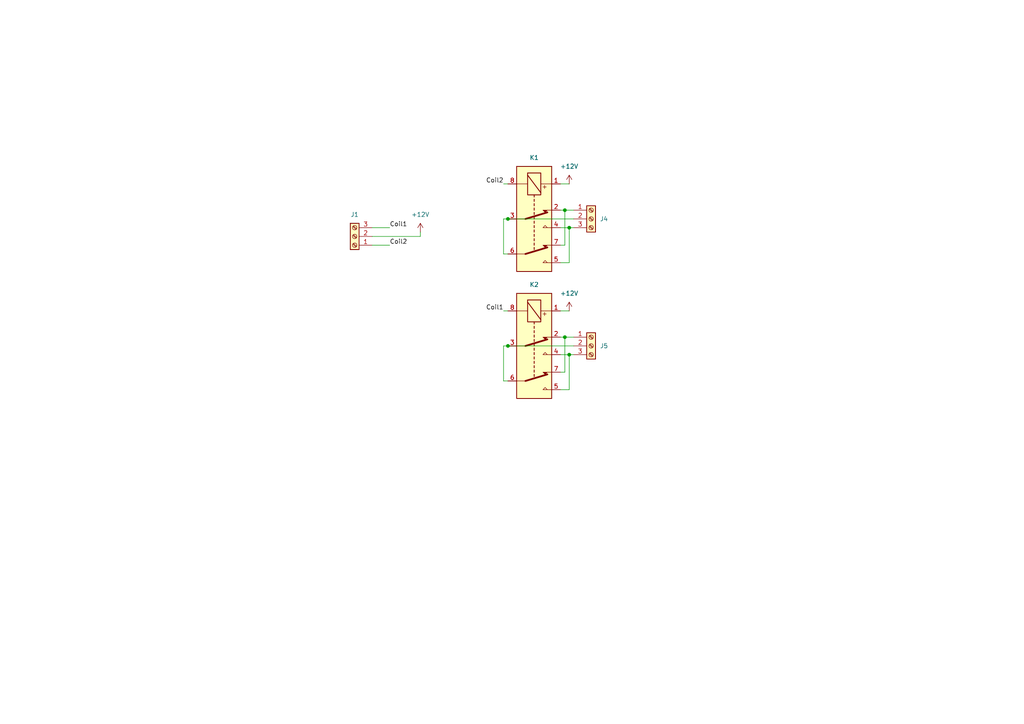
<source format=kicad_sch>
(kicad_sch (version 20231120) (generator "eeschema") (generator_version "8.0")
  (paper "A4")
  (lib_symbols
    (symbol "Connector:Screw_Terminal_01x03" (pin_names (offset 1.016) hide)
      (property "Reference" "J" (at 0 5.08 0))
      (property "Value" "Screw_Terminal_01x03" (at 0 -5.08 0))
      (symbol "Screw_Terminal_01x03_1_1"
        (rectangle (start -1.27 3.81) (end 1.27 -3.81) (stroke (width 0.254)) (fill (type background)))
        (circle (center 0 -2.54) (radius 0.635) (stroke (width 0.1524)))
        (polyline (pts (xy -0.5334 -2.2098) (xy 0.3302 -3.048)) (stroke (width 0.1524)))
        (polyline (pts (xy -0.5334 0.3302) (xy 0.3302 -0.508)) (stroke (width 0.1524)))
        (polyline (pts (xy -0.5334 2.8702) (xy 0.3302 2.032)) (stroke (width 0.1524)))
        (polyline (pts (xy -0.3556 -2.032) (xy 0.508 -2.8702)) (stroke (width 0.1524)))
        (polyline (pts (xy -0.3556 0.508) (xy 0.508 -0.3302)) (stroke (width 0.1524)))
        (polyline (pts (xy -0.3556 3.048) (xy 0.508 2.2098)) (stroke (width 0.1524)))
        (circle (center 0 0) (radius 0.635) (stroke (width 0.1524)))
        (circle (center 0 2.54) (radius 0.635) (stroke (width 0.1524)))
        (pin passive line (at -5.08 2.54 0) (length 3.81) (name "Pin_1") (number "1"))
        (pin passive line (at -5.08 0 0) (length 3.81) (name "Pin_2") (number "2"))
        (pin passive line (at -5.08 -2.54 0) (length 3.81) (name "Pin_3") (number "3"))
      )
    )
    (symbol "custom_kicad_lib_sk:G6K-2F-Y-TR DC12"
      (property "Reference" "K" (at 16.51 3.81 0))
      (property "JLCPCB Part#" "C397192" (at 0 0 0))
      (symbol "G6K-2F-Y-TR DC12_0_0"
        (text "+" (at -9.271 2.921 0) (effects (font (size 1.27 1.27))))
      )
      (symbol "G6K-2F-Y-TR DC12_0_1"
        (rectangle (start -15.24 5.08) (end 15.24 -5.08) (stroke (width 0.254)) (fill (type background)))
        (rectangle (start -13.335 1.905) (end -6.985 -1.905) (stroke (width 0.254)))
        (polyline (pts (xy -12.7 -1.905) (xy -7.62 1.905)) (stroke (width 0.254)))
        (polyline (pts (xy -10.16 -5.08) (xy -10.16 -1.905)))
        (polyline (pts (xy -10.16 5.08) (xy -10.16 1.905)))
        (polyline (pts (xy -6.985 0) (xy -6.35 0)) (stroke (width 0.254)))
        (polyline (pts (xy -5.715 0) (xy -5.08 0)) (stroke (width 0.254)))
        (polyline (pts (xy -4.445 0) (xy -3.81 0)) (stroke (width 0.254)))
        (polyline (pts (xy -3.175 0) (xy -2.54 0)) (stroke (width 0.254)))
        (polyline (pts (xy -1.905 0) (xy -1.27 0)) (stroke (width 0.254)))
        (polyline (pts (xy -0.635 0) (xy 0 0)) (stroke (width 0.254)))
        (polyline (pts (xy 0 -2.54) (xy -1.905 3.81)) (stroke (width 0.508)))
        (polyline (pts (xy 0 -2.54) (xy 0 -5.08)))
        (polyline (pts (xy 0.635 0) (xy 1.27 0)) (stroke (width 0.254)))
        (polyline (pts (xy 1.905 0) (xy 2.54 0)) (stroke (width 0.254)))
        (polyline (pts (xy 3.175 0) (xy 3.81 0)) (stroke (width 0.254)))
        (polyline (pts (xy 4.445 0) (xy 5.08 0)) (stroke (width 0.254)))
        (polyline (pts (xy 5.715 0) (xy 6.35 0)) (stroke (width 0.254)))
        (polyline (pts (xy 6.985 0) (xy 7.62 0)) (stroke (width 0.254)))
        (polyline (pts (xy 8.255 0) (xy 8.89 0)) (stroke (width 0.254)))
        (polyline (pts (xy 10.16 -2.54) (xy 8.255 3.81)) (stroke (width 0.508)))
        (polyline (pts (xy 10.16 -2.54) (xy 10.16 -5.08)))
        (polyline (pts (xy -2.54 5.08) (xy -2.54 2.54) (xy -1.905 3.175) (xy -2.54 3.81)) (fill (type outline)))
        (polyline (pts (xy 2.54 5.08) (xy 2.54 2.54) (xy 1.905 3.175) (xy 2.54 3.81)))
        (polyline (pts (xy 7.62 5.08) (xy 7.62 2.54) (xy 8.255 3.175) (xy 7.62 3.81)) (fill (type outline)))
        (polyline (pts (xy 12.7 5.08) (xy 12.7 2.54) (xy 12.065 3.175) (xy 12.7 3.81)))
      )
      (symbol "G6K-2F-Y-TR DC12_1_1"
        (pin passive line (at -10.16 7.62 270) (length 2.54) (name "~") (number "1"))
        (pin passive line (at -2.54 7.62 270) (length 2.54) (name "~") (number "2"))
        (pin passive line (at 0 -7.62 90) (length 2.54) (name "~") (number "3"))
        (pin passive line (at 2.54 7.62 270) (length 2.54) (name "~") (number "4"))
        (pin passive line (at 12.7 7.62 270) (length 2.54) (name "~") (number "5"))
        (pin passive line (at 10.16 -7.62 90) (length 2.54) (name "~") (number "6"))
        (pin passive line (at 7.62 7.62 270) (length 2.54) (name "~") (number "7"))
        (pin passive line (at -10.16 -7.62 90) (length 2.54) (name "~") (number "8"))
      )
    )
    (symbol "power:+12V" (power) (pin_numbers hide) (pin_names (offset 0) hide)
      (property "Value" "+12V" (at 0 3.556 0))
      (symbol "+12V_0_1"
        (polyline (pts (xy -0.762 1.27) (xy 0 2.54)))
        (polyline (pts (xy 0 0) (xy 0 2.54)))
        (polyline (pts (xy 0 2.54) (xy 0.762 1.27)))
      )
      (symbol "+12V_1_1"
        (pin power_in line (at 0 0 90) (length 0) (name "~") (number "1"))
      )
    )
  )
  (junction (at 147.32 63.5))
  (junction (at 163.83 60.96))
  (junction (at 147.32 100.33))
  (junction (at 165.1 102.87))
  (junction (at 163.83 97.79))
  (junction (at 165.1 66.04))
  (wire (pts (xy 121.92 67.31) (xy 121.92 68.58)))
  (wire (pts (xy 165.1 102.87) (xy 166.37 102.87)))
  (wire (pts (xy 162.56 76.2) (xy 165.1 76.2)))
  (wire (pts (xy 162.56 107.95) (xy 163.83 107.95)))
  (wire (pts (xy 162.56 97.79) (xy 163.83 97.79)))
  (wire (pts (xy 162.56 53.34) (xy 165.1 53.34)))
  (wire (pts (xy 107.95 66.04) (xy 113.03 66.04)))
  (wire (pts (xy 146.05 110.49) (xy 146.05 100.33)))
  (wire (pts (xy 162.56 102.87) (xy 165.1 102.87)))
  (wire (pts (xy 163.83 60.96) (xy 163.83 71.12)))
  (wire (pts (xy 165.1 102.87) (xy 165.1 113.03)))
  (wire (pts (xy 162.56 113.03) (xy 165.1 113.03)))
  (wire (pts (xy 107.95 68.58) (xy 121.92 68.58)))
  (wire (pts (xy 107.95 71.12) (xy 113.03 71.12)))
  (wire (pts (xy 147.32 73.66) (xy 146.05 73.66)))
  (wire (pts (xy 165.1 66.04) (xy 165.1 76.2)))
  (wire (pts (xy 146.05 63.5) (xy 147.32 63.5)))
  (wire (pts (xy 163.83 97.79) (xy 163.83 107.95)))
  (wire (pts (xy 146.05 73.66) (xy 146.05 63.5)))
  (wire (pts (xy 146.05 100.33) (xy 147.32 100.33)))
  (wire (pts (xy 163.83 97.79) (xy 166.37 97.79)))
  (wire (pts (xy 163.83 60.96) (xy 166.37 60.96)))
  (wire (pts (xy 162.56 90.17) (xy 165.1 90.17)))
  (wire (pts (xy 165.1 66.04) (xy 166.37 66.04)))
  (wire (pts (xy 162.56 60.96) (xy 163.83 60.96)))
  (wire (pts (xy 147.32 110.49) (xy 146.05 110.49)))
  (wire (pts (xy 162.56 66.04) (xy 165.1 66.04)))
  (wire (pts (xy 146.05 53.34) (xy 147.32 53.34)))
  (wire (pts (xy 147.32 100.33) (xy 166.37 100.33)))
  (wire (pts (xy 146.05 90.17) (xy 147.32 90.17)))
  (wire (pts (xy 162.56 71.12) (xy 163.83 71.12)))
  (wire (pts (xy 147.32 63.5) (xy 166.37 63.5)))
  (label "Coil2" (at 113.03 71.12 0))
  (label "Coil2" (at 146.05 53.34 180))
  (label "Coil1" (at 113.03 66.04 0))
  (label "Coil1" (at 146.05 90.17 180))
  (symbol (lib_id "power:+12V") (at 165.1 90.17 0) (unit 1)
    (property "Reference" "#PWR03" (effects (hide yes)))
    (property "Value" "+12V" (at 165.1 85.09 0))
    (property "Description" "Power symbol creates a global label with name \"+12V\"" (effects (hide yes)))
    (instances (project "Mk2-relayExtension" (path "" (reference "#PWR03") (unit 1)) (path "" (reference "#PWR06") (unit 1)) (path "" (reference "#PWR09") (unit 1)) (path "" (reference "#PWR012") (unit 1))))
  )
  (symbol (lib_id "custom_kicad_lib_sk:G6K-2F-Y-TR DC12") (at 154.94 63.5 270) (unit 1)
    (property "Reference" "K1" (at 154.94 45.72 90))
    (property "Value" "G6K-2F-Y-TR DC12" (effects (hide yes)))
    (property "Footprint" "Relay_SMD:Relay_DPDT_Omron_G6K-2F-Y" (effects (hide yes)))
    (property "Datasheet" "http://omronfs.omron.com/en_US/ecb/products/pdf/en-g6k.pdf" (effects (hide yes)))
    (property "Description" "Miniature 2-pole relay, Single-side Stable" (effects (hide yes)))
    (property "JLCPCB Part#" "C397192" (effects (hide yes)))
    (instances (project "Mk2-relayExtension" (path "" (reference "K1") (unit 1)) (path "" (reference "K3") (unit 1)) (path "" (reference "K5") (unit 1)) (path "" (reference "K7") (unit 1))))
  )
  (symbol (lib_id "power:+12V") (at 121.92 67.31 0) (unit 1)
    (property "Reference" "#PWR01" (effects (hide yes)))
    (property "Value" "+12V" (at 121.92 62.23 0))
    (property "Description" "Power symbol creates a global label with name \"+12V\"" (effects (hide yes)))
    (instances (project "Mk2-relayExtension" (path "" (reference "#PWR01") (unit 1)) (path "" (reference "#PWR04") (unit 1)) (path "" (reference "#PWR07") (unit 1)) (path "" (reference "#PWR010") (unit 1))))
  )
  (symbol (lib_id "power:+12V") (at 165.1 53.34 0) (unit 1)
    (property "Reference" "#PWR02" (effects (hide yes)))
    (property "Value" "+12V" (at 165.1 48.26 0))
    (property "Description" "Power symbol creates a global label with name \"+12V\"" (effects (hide yes)))
    (instances (project "Mk2-relayExtension" (path "" (reference "#PWR02") (unit 1)) (path "" (reference "#PWR05") (unit 1)) (path "" (reference "#PWR08") (unit 1)) (path "" (reference "#PWR011") (unit 1))))
  )
  (symbol (lib_id "Connector:Screw_Terminal_01x03") (at 102.87 68.58 180) (unit 1)
    (property "Reference" "J1" (at 102.87 62.23 0))
    (property "Value" "Screw_Terminal_01x03" (effects (hide yes)))
    (property "Footprint" "custom_kicad_lib_sk:connector_3.50mm_3P horizontal_MALE" (effects (hide yes)))
    (property "Description" "Generic screw terminal, single row, 01x03, script generated (kicad-library-utils/schlib/autogen/connector/)" (effects (hide yes)))
    (property "JLCPCB Part#" "C6394074" (effects (hide yes)))
    (instances (project "Mk2-relayExtension" (path "" (reference "J1") (unit 1)) (path "" (reference "J2") (unit 1)) (path "" (reference "J7") (unit 1)) (path "" (reference "J10") (unit 1))))
  )
  (symbol (lib_id "Connector:Screw_Terminal_01x03") (at 171.45 100.33 0) (unit 1)
    (property "Reference" "J5" (at 173.99 100.3299 0) (effects (justify left)))
    (property "Value" "Screw_Terminal_01x03" (effects (hide yes)))
    (property "Footprint" "Connector_Phoenix_MC:PhoenixContact_MCV_1,5_3-G-3.5_1x03_P3.50mm_Vertical" (effects (hide yes)))
    (property "Description" "Generic screw terminal, single row, 01x03, script generated (kicad-library-utils/schlib/autogen/connector/)" (effects (hide yes)))
    (property "JLCPCB Part#" "C192778" (effects (hide yes)))
    (property "Mating Part#" "C560231" (effects (hide yes)))
    (instances (project "Mk2-relayExtension" (path "" (reference "J5") (unit 1)) (path "" (reference "J6") (unit 1)) (path "" (reference "J9") (unit 1)) (path "" (reference "J12") (unit 1))))
  )
  (symbol (lib_id "Connector:Screw_Terminal_01x03") (at 171.45 63.5 0) (unit 1)
    (property "Reference" "J4" (at 173.99 63.4999 0) (effects (justify left)))
    (property "Value" "Screw_Terminal_01x03" (effects (hide yes)))
    (property "Footprint" "Connector_Phoenix_MC:PhoenixContact_MC_1,5_3-G-3.5_1x03_P3.50mm_Horizontal" (effects (hide yes)))
    (property "Description" "Generic screw terminal, single row, 01x03, script generated (kicad-library-utils/schlib/autogen/connector/)" (effects (hide yes)))
    (property "JLCPCB Part#" "C22380440" (effects (hide yes)))
    (instances (project "Mk2-relayExtension" (path "" (reference "J4") (unit 1)) (path "" (reference "J3") (unit 1)) (path "" (reference "J8") (unit 1)) (path "" (reference "J11") (unit 1))))
  )
  (symbol (lib_id "custom_kicad_lib_sk:G6K-2F-Y-TR DC12") (at 154.94 100.33 270) (unit 1)
    (property "Reference" "K2" (at 154.94 82.55 90))
    (property "Value" "G6K-2F-Y-TR DC12" (effects (hide yes)))
    (property "Footprint" "Relay_SMD:Relay_DPDT_Omron_G6K-2F-Y" (effects (hide yes)))
    (property "Datasheet" "http://omronfs.omron.com/en_US/ecb/products/pdf/en-g6k.pdf" (effects (hide yes)))
    (property "Description" "Miniature 2-pole relay, Single-side Stable" (effects (hide yes)))
    (property "JLCPCB Part#" "C397192" (effects (hide yes)))
    (instances (project "Mk2-relayExtension" (path "" (reference "K2") (unit 1)) (path "" (reference "K4") (unit 1)) (path "" (reference "K6") (unit 1)) (path "" (reference "K8") (unit 1))))
  )
)
</source>
